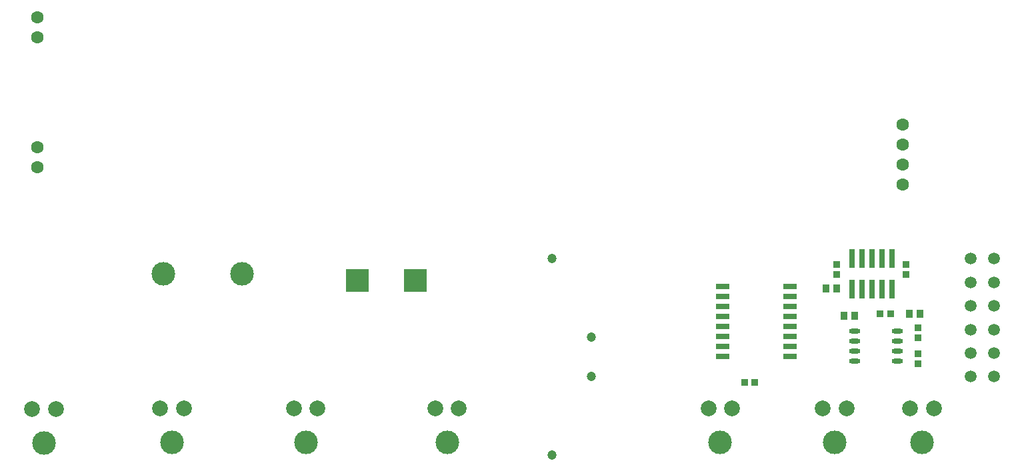
<source format=gbr>
%TF.GenerationSoftware,Altium Limited,Altium Designer,19.1.8 (144)*%
G04 Layer_Color=255*
%FSLAX26Y26*%
%MOIN*%
%TF.FileFunction,Pads,Top*%
%TF.Part,Single*%
G01*
G75*
%TA.AperFunction,SMDPad,CuDef*%
%ADD11R,0.037402X0.033465*%
%ADD12R,0.033465X0.037402*%
%ADD13R,0.029921X0.094488*%
%ADD14O,0.057087X0.023622*%
%ADD15R,0.035433X0.039370*%
%ADD16R,0.065748X0.029921*%
%ADD17R,0.118110X0.114173*%
%TA.AperFunction,ComponentPad*%
%ADD23C,0.118110*%
%ADD24C,0.078740*%
%ADD25C,0.062992*%
%ADD26C,0.059055*%
%ADD27C,0.047244*%
D11*
X3978454Y3129910D02*
D03*
Y3078729D02*
D03*
X4040394Y2684252D02*
D03*
Y2633071D02*
D03*
X3631145Y3130591D02*
D03*
Y3079410D02*
D03*
X4040394Y2763071D02*
D03*
Y2814252D02*
D03*
D12*
X3172840Y2540238D02*
D03*
X3224021D02*
D03*
X3850079Y2883071D02*
D03*
X3901260D02*
D03*
D13*
X3910000Y3159016D02*
D03*
Y3005472D02*
D03*
X3860000Y3159016D02*
D03*
Y3005472D02*
D03*
X3810000Y3159016D02*
D03*
Y3005472D02*
D03*
X3760000Y3159016D02*
D03*
Y3005472D02*
D03*
X3710000Y3159016D02*
D03*
Y3005472D02*
D03*
D14*
X3723110Y2798071D02*
D03*
Y2748071D02*
D03*
Y2698071D02*
D03*
Y2648071D02*
D03*
X3937677Y2798071D02*
D03*
Y2748071D02*
D03*
Y2698071D02*
D03*
Y2648071D02*
D03*
D15*
X3578976Y3008228D02*
D03*
X3632126D02*
D03*
X3995118Y2883071D02*
D03*
X4048268D02*
D03*
X3723110Y2872283D02*
D03*
X3669961D02*
D03*
D16*
X3397953Y2670551D02*
D03*
Y2720551D02*
D03*
Y2770551D02*
D03*
Y2820551D02*
D03*
Y2870551D02*
D03*
Y2920551D02*
D03*
Y2970551D02*
D03*
Y3020551D02*
D03*
X3062126D02*
D03*
Y2970551D02*
D03*
Y2920551D02*
D03*
Y2870551D02*
D03*
Y2820551D02*
D03*
Y2770551D02*
D03*
Y2720551D02*
D03*
Y2670551D02*
D03*
D17*
X1237724Y3048374D02*
D03*
X1525126D02*
D03*
D23*
X-330147Y2236486D02*
D03*
X310000Y2240000D02*
D03*
X977889Y2239161D02*
D03*
X266364Y3082771D02*
D03*
X660065D02*
D03*
X3050945Y2240000D02*
D03*
X3622244D02*
D03*
X4059646D02*
D03*
X1685000D02*
D03*
D24*
X-389202Y2406565D02*
D03*
X-271092D02*
D03*
X250945Y2410079D02*
D03*
X369055D02*
D03*
X918834Y2409240D02*
D03*
X1036944D02*
D03*
X2991890Y2410079D02*
D03*
X3110000D02*
D03*
X3563189D02*
D03*
X3681299D02*
D03*
X4000591D02*
D03*
X4118701D02*
D03*
X1625945D02*
D03*
X1744055D02*
D03*
D25*
X3961732Y3530276D02*
D03*
Y3630276D02*
D03*
Y3730276D02*
D03*
Y3830276D02*
D03*
X-363268Y3715276D02*
D03*
Y3615276D02*
D03*
Y4365276D02*
D03*
Y4265276D02*
D03*
D26*
X4301811Y3159016D02*
D03*
Y3040905D02*
D03*
Y2922795D02*
D03*
Y2804685D02*
D03*
Y2686575D02*
D03*
Y2568465D02*
D03*
X4419921Y3159016D02*
D03*
Y3040905D02*
D03*
Y2922795D02*
D03*
Y2804685D02*
D03*
Y2686575D02*
D03*
Y2568465D02*
D03*
D27*
X2208150Y2176299D02*
D03*
X2405000Y2570000D02*
D03*
X2208150Y3160551D02*
D03*
X2405000Y2766850D02*
D03*
%TF.MD5,f62d05779f6ae3cb4571520fbc691029*%
M02*

</source>
